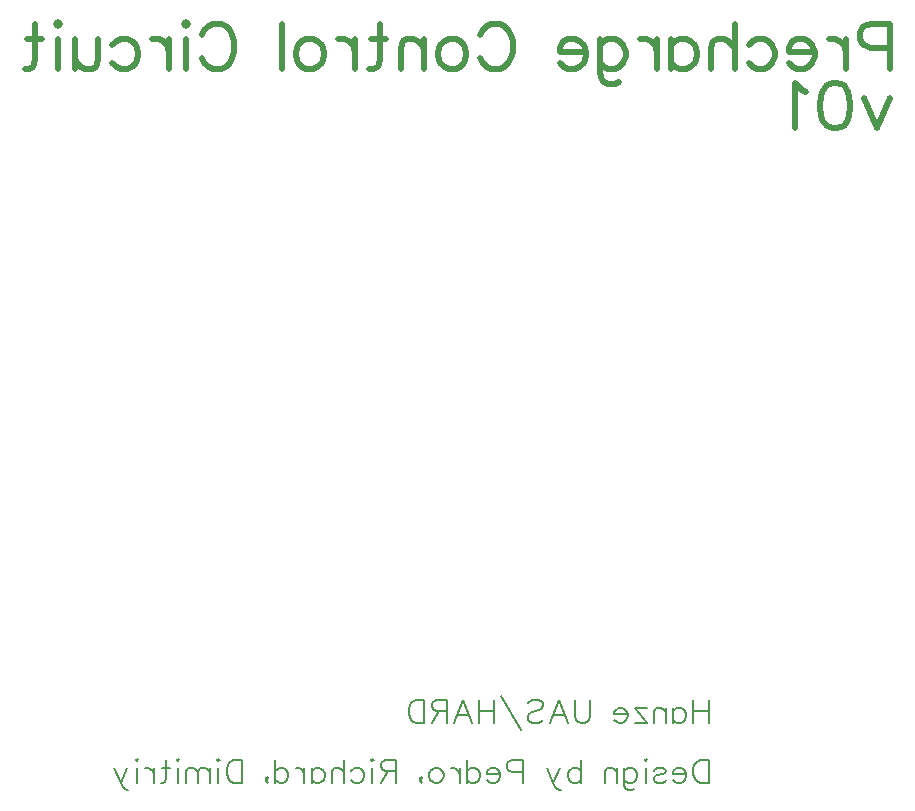
<source format=gbo>
G04 Layer: BottomSilkLayer*
G04 EasyEDA v6.4.19.3, 2021-03-31T08:50:56+02:00*
G04 7e8d071977a24ced90268045b7a9a018,03b0b1bb86a94345b9bcc081285aab9b,10*
G04 Gerber Generator version 0.2*
G04 Scale: 100 percent, Rotated: No, Reflected: No *
G04 Dimensions in inches *
G04 leading zeros omitted , absolute positions ,3 integer and 6 decimal *
%FSLAX36Y36*%
%MOIN*%

%ADD36C,0.0080*%
%ADD37C,0.0197*%

%LPD*%
D37*
X6110000Y2718912D02*
G01*
X6110000Y2568589D01*
X6110000Y2718912D02*
G01*
X6045576Y2718912D01*
X6024102Y2711754D01*
X6016943Y2704596D01*
X6009785Y2690279D01*
X6009785Y2668805D01*
X6016943Y2654488D01*
X6024102Y2647330D01*
X6045576Y2640171D01*
X6110000Y2640171D01*
X5962541Y2668805D02*
G01*
X5962541Y2568589D01*
X5962541Y2625855D02*
G01*
X5955383Y2647330D01*
X5941067Y2661646D01*
X5926750Y2668805D01*
X5905276Y2668805D01*
X5858031Y2625855D02*
G01*
X5772133Y2625855D01*
X5772133Y2640171D01*
X5779291Y2654488D01*
X5786450Y2661646D01*
X5800766Y2668805D01*
X5822241Y2668805D01*
X5836557Y2661646D01*
X5850873Y2647330D01*
X5858031Y2625855D01*
X5858031Y2611538D01*
X5850873Y2590064D01*
X5836557Y2575747D01*
X5822241Y2568589D01*
X5800766Y2568589D01*
X5786450Y2575747D01*
X5772133Y2590064D01*
X5638990Y2647330D02*
G01*
X5653307Y2661646D01*
X5667623Y2668805D01*
X5689098Y2668805D01*
X5703414Y2661646D01*
X5717731Y2647330D01*
X5724889Y2625855D01*
X5724889Y2611538D01*
X5717731Y2590064D01*
X5703414Y2575747D01*
X5689098Y2568589D01*
X5667623Y2568589D01*
X5653307Y2575747D01*
X5638990Y2590064D01*
X5591746Y2718912D02*
G01*
X5591746Y2568589D01*
X5591746Y2640171D02*
G01*
X5570272Y2661646D01*
X5555955Y2668805D01*
X5534480Y2668805D01*
X5520164Y2661646D01*
X5513005Y2640171D01*
X5513005Y2568589D01*
X5379863Y2668805D02*
G01*
X5379863Y2568589D01*
X5379863Y2647330D02*
G01*
X5394179Y2661646D01*
X5408496Y2668805D01*
X5429970Y2668805D01*
X5444287Y2661646D01*
X5458603Y2647330D01*
X5465762Y2625855D01*
X5465762Y2611538D01*
X5458603Y2590064D01*
X5444287Y2575747D01*
X5429970Y2568589D01*
X5408496Y2568589D01*
X5394179Y2575747D01*
X5379863Y2590064D01*
X5332619Y2668805D02*
G01*
X5332619Y2568589D01*
X5332619Y2625855D02*
G01*
X5325461Y2647330D01*
X5311144Y2661646D01*
X5296828Y2668805D01*
X5275353Y2668805D01*
X5142212Y2668805D02*
G01*
X5142212Y2554272D01*
X5149369Y2532799D01*
X5156527Y2525641D01*
X5170844Y2518481D01*
X5192318Y2518481D01*
X5206635Y2525641D01*
X5142212Y2647330D02*
G01*
X5156527Y2661646D01*
X5170844Y2668805D01*
X5192318Y2668805D01*
X5206635Y2661646D01*
X5220951Y2647330D01*
X5228109Y2625855D01*
X5228109Y2611538D01*
X5220951Y2590064D01*
X5206635Y2575747D01*
X5192318Y2568589D01*
X5170844Y2568589D01*
X5156527Y2575747D01*
X5142212Y2590064D01*
X5094967Y2625855D02*
G01*
X5009068Y2625855D01*
X5009068Y2640171D01*
X5016228Y2654488D01*
X5023386Y2661646D01*
X5037701Y2668805D01*
X5059177Y2668805D01*
X5073492Y2661646D01*
X5087809Y2647330D01*
X5094967Y2625855D01*
X5094967Y2611538D01*
X5087809Y2590064D01*
X5073492Y2575747D01*
X5059177Y2568589D01*
X5037701Y2568589D01*
X5023386Y2575747D01*
X5009068Y2590064D01*
X4744215Y2683121D02*
G01*
X4751373Y2697437D01*
X4765690Y2711754D01*
X4780006Y2718912D01*
X4808639Y2718912D01*
X4822956Y2711754D01*
X4837272Y2697437D01*
X4844431Y2683121D01*
X4851589Y2661646D01*
X4851589Y2625855D01*
X4844431Y2604380D01*
X4837272Y2590064D01*
X4822956Y2575747D01*
X4808639Y2568589D01*
X4780006Y2568589D01*
X4765690Y2575747D01*
X4751373Y2590064D01*
X4744215Y2604380D01*
X4661180Y2668805D02*
G01*
X4675496Y2661646D01*
X4689813Y2647330D01*
X4696971Y2625855D01*
X4696971Y2611538D01*
X4689813Y2590064D01*
X4675496Y2575747D01*
X4661180Y2568589D01*
X4639706Y2568589D01*
X4625389Y2575747D01*
X4611073Y2590064D01*
X4603915Y2611538D01*
X4603915Y2625855D01*
X4611073Y2647330D01*
X4625389Y2661646D01*
X4639706Y2668805D01*
X4661180Y2668805D01*
X4556670Y2668805D02*
G01*
X4556670Y2568589D01*
X4556670Y2640171D02*
G01*
X4535196Y2661646D01*
X4520879Y2668805D01*
X4499405Y2668805D01*
X4485088Y2661646D01*
X4477930Y2640171D01*
X4477930Y2568589D01*
X4409213Y2718912D02*
G01*
X4409213Y2597222D01*
X4402053Y2575747D01*
X4387737Y2568589D01*
X4373422Y2568589D01*
X4430686Y2668805D02*
G01*
X4380580Y2668805D01*
X4326178Y2668805D02*
G01*
X4326178Y2568589D01*
X4326178Y2625855D02*
G01*
X4319018Y2647330D01*
X4304702Y2661646D01*
X4290387Y2668805D01*
X4268912Y2668805D01*
X4185877Y2668805D02*
G01*
X4200192Y2661646D01*
X4214510Y2647330D01*
X4221668Y2625855D01*
X4221668Y2611538D01*
X4214510Y2590064D01*
X4200192Y2575747D01*
X4185877Y2568589D01*
X4164402Y2568589D01*
X4150086Y2575747D01*
X4135770Y2590064D01*
X4128611Y2611538D01*
X4128611Y2625855D01*
X4135770Y2647330D01*
X4150086Y2661646D01*
X4164402Y2668805D01*
X4185877Y2668805D01*
X4081367Y2718912D02*
G01*
X4081367Y2568589D01*
X3816513Y2683121D02*
G01*
X3823671Y2697437D01*
X3837988Y2711754D01*
X3852304Y2718912D01*
X3880937Y2718912D01*
X3895254Y2711754D01*
X3909570Y2697437D01*
X3916728Y2683121D01*
X3923887Y2661646D01*
X3923887Y2625855D01*
X3916728Y2604380D01*
X3909570Y2590064D01*
X3895254Y2575747D01*
X3880937Y2568589D01*
X3852304Y2568589D01*
X3837988Y2575747D01*
X3823671Y2590064D01*
X3816513Y2604380D01*
X3769269Y2718912D02*
G01*
X3762111Y2711754D01*
X3754952Y2718912D01*
X3762111Y2726069D01*
X3769269Y2718912D01*
X3762111Y2668805D02*
G01*
X3762111Y2568589D01*
X3707709Y2668805D02*
G01*
X3707709Y2568589D01*
X3707709Y2625855D02*
G01*
X3700550Y2647330D01*
X3686234Y2661646D01*
X3671917Y2668805D01*
X3650443Y2668805D01*
X3517300Y2647330D02*
G01*
X3531617Y2661646D01*
X3545933Y2668805D01*
X3567408Y2668805D01*
X3581724Y2661646D01*
X3596041Y2647330D01*
X3603199Y2625855D01*
X3603199Y2611538D01*
X3596041Y2590064D01*
X3581724Y2575747D01*
X3567408Y2568589D01*
X3545933Y2568589D01*
X3531617Y2575747D01*
X3517300Y2590064D01*
X3470056Y2668805D02*
G01*
X3470056Y2597222D01*
X3462898Y2575747D01*
X3448582Y2568589D01*
X3427107Y2568589D01*
X3412791Y2575747D01*
X3391316Y2597222D01*
X3391316Y2668805D02*
G01*
X3391316Y2568589D01*
X3344072Y2718912D02*
G01*
X3336914Y2711754D01*
X3329756Y2718912D01*
X3336914Y2726069D01*
X3344072Y2718912D01*
X3336914Y2668805D02*
G01*
X3336914Y2568589D01*
X3261037Y2718912D02*
G01*
X3261037Y2597222D01*
X3253879Y2575747D01*
X3239562Y2568589D01*
X3225246Y2568589D01*
X3282512Y2668805D02*
G01*
X3232404Y2668805D01*
X6110000Y2471323D02*
G01*
X6067051Y2371109D01*
X6024102Y2471323D02*
G01*
X6067051Y2371109D01*
X5933908Y2521432D02*
G01*
X5955383Y2514272D01*
X5969699Y2492799D01*
X5976858Y2457008D01*
X5976858Y2435533D01*
X5969699Y2399742D01*
X5955383Y2378267D01*
X5933908Y2371109D01*
X5919592Y2371109D01*
X5898117Y2378267D01*
X5883801Y2399742D01*
X5876643Y2435533D01*
X5876643Y2457008D01*
X5883801Y2492799D01*
X5898117Y2514272D01*
X5919592Y2521432D01*
X5933908Y2521432D01*
X5829399Y2492799D02*
G01*
X5815082Y2499956D01*
X5793608Y2521432D01*
X5793608Y2371109D01*
D36*
X5505000Y465727D02*
G01*
X5505000Y389364D01*
X5454090Y465727D02*
G01*
X5454090Y389364D01*
X5505000Y429364D02*
G01*
X5454090Y429364D01*
X5386454Y440273D02*
G01*
X5386454Y389364D01*
X5386454Y429364D02*
G01*
X5393726Y436635D01*
X5401000Y440273D01*
X5411908Y440273D01*
X5419182Y436635D01*
X5426454Y429364D01*
X5430091Y418454D01*
X5430091Y411181D01*
X5426454Y400273D01*
X5419182Y393000D01*
X5411908Y389364D01*
X5401000Y389364D01*
X5393726Y393000D01*
X5386454Y400273D01*
X5362455Y440273D02*
G01*
X5362455Y389364D01*
X5362455Y425727D02*
G01*
X5351544Y436635D01*
X5344273Y440273D01*
X5333364Y440273D01*
X5326090Y436635D01*
X5322455Y425727D01*
X5322455Y389364D01*
X5258455Y440273D02*
G01*
X5298455Y389364D01*
X5298455Y440273D02*
G01*
X5258455Y440273D01*
X5298455Y389364D02*
G01*
X5258455Y389364D01*
X5234454Y418454D02*
G01*
X5190817Y418454D01*
X5190817Y425727D01*
X5194454Y433000D01*
X5198091Y436635D01*
X5205364Y440273D01*
X5216273Y440273D01*
X5223545Y436635D01*
X5230817Y429364D01*
X5234454Y418454D01*
X5234454Y411181D01*
X5230817Y400273D01*
X5223545Y393000D01*
X5216273Y389364D01*
X5205364Y389364D01*
X5198091Y393000D01*
X5190817Y400273D01*
X5110817Y465727D02*
G01*
X5110817Y411181D01*
X5107182Y400273D01*
X5099908Y393000D01*
X5088999Y389364D01*
X5081727Y389364D01*
X5070817Y393000D01*
X5063545Y400273D01*
X5059908Y411181D01*
X5059908Y465727D01*
X5006818Y465727D02*
G01*
X5035909Y389364D01*
X5006818Y465727D02*
G01*
X4977727Y389364D01*
X5025000Y414818D02*
G01*
X4988635Y414818D01*
X4902817Y454818D02*
G01*
X4910091Y462091D01*
X4921000Y465727D01*
X4935545Y465727D01*
X4946454Y462091D01*
X4953726Y454818D01*
X4953726Y447545D01*
X4950091Y440273D01*
X4946454Y436635D01*
X4939182Y433000D01*
X4917363Y425727D01*
X4910091Y422091D01*
X4906454Y418454D01*
X4902817Y411181D01*
X4902817Y400273D01*
X4910091Y393000D01*
X4921000Y389364D01*
X4935545Y389364D01*
X4946454Y393000D01*
X4953726Y400273D01*
X4813364Y480273D02*
G01*
X4878818Y363908D01*
X4789363Y465727D02*
G01*
X4789363Y389364D01*
X4738455Y465727D02*
G01*
X4738455Y389364D01*
X4789363Y429364D02*
G01*
X4738455Y429364D01*
X4685364Y465727D02*
G01*
X4714454Y389364D01*
X4685364Y465727D02*
G01*
X4656273Y389364D01*
X4703545Y414818D02*
G01*
X4667182Y414818D01*
X4632272Y465727D02*
G01*
X4632272Y389364D01*
X4632272Y465727D02*
G01*
X4599544Y465727D01*
X4588635Y462091D01*
X4585000Y458454D01*
X4581364Y451181D01*
X4581364Y443908D01*
X4585000Y436635D01*
X4588635Y433000D01*
X4599544Y429364D01*
X4632272Y429364D01*
X4606818Y429364D02*
G01*
X4581364Y389364D01*
X4557363Y465727D02*
G01*
X4557363Y389364D01*
X4557363Y465727D02*
G01*
X4531908Y465727D01*
X4521000Y462091D01*
X4513726Y454818D01*
X4510091Y447545D01*
X4506454Y436635D01*
X4506454Y418454D01*
X4510091Y407545D01*
X4513726Y400273D01*
X4521000Y393000D01*
X4531908Y389364D01*
X4557363Y389364D01*
X5505000Y265727D02*
G01*
X5505000Y189364D01*
X5505000Y265727D02*
G01*
X5479544Y265727D01*
X5468635Y262091D01*
X5461364Y254818D01*
X5457727Y247545D01*
X5454090Y236635D01*
X5454090Y218454D01*
X5457727Y207545D01*
X5461364Y200273D01*
X5468635Y193000D01*
X5479544Y189364D01*
X5505000Y189364D01*
X5430091Y218454D02*
G01*
X5386454Y218454D01*
X5386454Y225727D01*
X5390091Y233000D01*
X5393726Y236635D01*
X5401000Y240273D01*
X5411908Y240273D01*
X5419182Y236635D01*
X5426454Y229364D01*
X5430091Y218454D01*
X5430091Y211181D01*
X5426454Y200273D01*
X5419182Y193000D01*
X5411908Y189364D01*
X5401000Y189364D01*
X5393726Y193000D01*
X5386454Y200273D01*
X5322455Y229364D02*
G01*
X5326090Y236635D01*
X5336999Y240273D01*
X5347909Y240273D01*
X5358818Y236635D01*
X5362455Y229364D01*
X5358818Y222091D01*
X5351544Y218454D01*
X5333364Y214818D01*
X5326090Y211181D01*
X5322455Y203908D01*
X5322455Y200273D01*
X5326090Y193000D01*
X5336999Y189364D01*
X5347909Y189364D01*
X5358818Y193000D01*
X5362455Y200273D01*
X5298455Y265727D02*
G01*
X5294817Y262091D01*
X5291181Y265727D01*
X5294817Y269364D01*
X5298455Y265727D01*
X5294817Y240273D02*
G01*
X5294817Y189364D01*
X5223545Y240273D02*
G01*
X5223545Y182091D01*
X5227182Y171181D01*
X5230817Y167545D01*
X5238091Y163908D01*
X5248999Y163908D01*
X5256273Y167545D01*
X5223545Y229364D02*
G01*
X5230817Y236635D01*
X5238091Y240273D01*
X5248999Y240273D01*
X5256273Y236635D01*
X5263545Y229364D01*
X5267182Y218454D01*
X5267182Y211181D01*
X5263545Y200273D01*
X5256273Y193000D01*
X5248999Y189364D01*
X5238091Y189364D01*
X5230817Y193000D01*
X5223545Y200273D01*
X5199544Y240273D02*
G01*
X5199544Y189364D01*
X5199544Y225727D02*
G01*
X5188635Y236635D01*
X5181364Y240273D01*
X5170455Y240273D01*
X5163181Y236635D01*
X5159544Y225727D01*
X5159544Y189364D01*
X5079544Y265727D02*
G01*
X5079544Y189364D01*
X5079544Y229364D02*
G01*
X5072272Y236635D01*
X5065000Y240273D01*
X5054090Y240273D01*
X5046818Y236635D01*
X5039544Y229364D01*
X5035909Y218454D01*
X5035909Y211181D01*
X5039544Y200273D01*
X5046818Y193000D01*
X5054090Y189364D01*
X5065000Y189364D01*
X5072272Y193000D01*
X5079544Y200273D01*
X5008272Y240273D02*
G01*
X4986454Y189364D01*
X4964636Y240273D02*
G01*
X4986454Y189364D01*
X4993726Y174818D01*
X5001000Y167545D01*
X5008272Y163908D01*
X5011908Y163908D01*
X4884636Y265727D02*
G01*
X4884636Y189364D01*
X4884636Y265727D02*
G01*
X4851908Y265727D01*
X4841000Y262091D01*
X4837363Y258454D01*
X4833726Y251181D01*
X4833726Y240273D01*
X4837363Y233000D01*
X4841000Y229364D01*
X4851908Y225727D01*
X4884636Y225727D01*
X4809727Y218454D02*
G01*
X4766090Y218454D01*
X4766090Y225727D01*
X4769727Y233000D01*
X4773364Y236635D01*
X4780636Y240273D01*
X4791544Y240273D01*
X4798818Y236635D01*
X4806090Y229364D01*
X4809727Y218454D01*
X4809727Y211181D01*
X4806090Y200273D01*
X4798818Y193000D01*
X4791544Y189364D01*
X4780636Y189364D01*
X4773364Y193000D01*
X4766090Y200273D01*
X4698455Y265727D02*
G01*
X4698455Y189364D01*
X4698455Y229364D02*
G01*
X4705726Y236635D01*
X4713000Y240273D01*
X4723909Y240273D01*
X4731181Y236635D01*
X4738455Y229364D01*
X4742091Y218454D01*
X4742091Y211181D01*
X4738455Y200273D01*
X4731181Y193000D01*
X4723909Y189364D01*
X4713000Y189364D01*
X4705726Y193000D01*
X4698455Y200273D01*
X4674454Y240273D02*
G01*
X4674454Y189364D01*
X4674454Y218454D02*
G01*
X4670817Y229364D01*
X4663545Y236635D01*
X4656273Y240273D01*
X4645364Y240273D01*
X4603181Y240273D02*
G01*
X4610455Y236635D01*
X4617727Y229364D01*
X4621364Y218454D01*
X4621364Y211181D01*
X4617727Y200273D01*
X4610455Y193000D01*
X4603181Y189364D01*
X4592272Y189364D01*
X4585000Y193000D01*
X4577727Y200273D01*
X4574090Y211181D01*
X4574090Y218454D01*
X4577727Y229364D01*
X4585000Y236635D01*
X4592272Y240273D01*
X4603181Y240273D01*
X4542817Y203908D02*
G01*
X4546454Y200273D01*
X4550091Y203908D01*
X4546454Y207545D01*
X4542817Y203908D01*
X4542817Y196635D01*
X4550091Y189364D01*
X4462817Y265727D02*
G01*
X4462817Y189364D01*
X4462817Y265727D02*
G01*
X4430091Y265727D01*
X4419182Y262091D01*
X4415545Y258454D01*
X4411908Y251181D01*
X4411908Y243908D01*
X4415545Y236635D01*
X4419182Y233000D01*
X4430091Y229364D01*
X4462817Y229364D01*
X4437363Y229364D02*
G01*
X4411908Y189364D01*
X4387909Y265727D02*
G01*
X4384273Y262091D01*
X4380636Y265727D01*
X4384273Y269364D01*
X4387909Y265727D01*
X4384273Y240273D02*
G01*
X4384273Y189364D01*
X4313000Y229364D02*
G01*
X4320272Y236635D01*
X4327545Y240273D01*
X4338455Y240273D01*
X4345726Y236635D01*
X4353000Y229364D01*
X4356635Y218454D01*
X4356635Y211181D01*
X4353000Y200273D01*
X4345726Y193000D01*
X4338455Y189364D01*
X4327545Y189364D01*
X4320272Y193000D01*
X4313000Y200273D01*
X4288999Y265727D02*
G01*
X4288999Y189364D01*
X4288999Y225727D02*
G01*
X4278091Y236635D01*
X4270817Y240273D01*
X4259908Y240273D01*
X4252636Y236635D01*
X4248999Y225727D01*
X4248999Y189364D01*
X4181364Y240273D02*
G01*
X4181364Y189364D01*
X4181364Y229364D02*
G01*
X4188635Y236635D01*
X4195909Y240273D01*
X4206818Y240273D01*
X4214090Y236635D01*
X4221364Y229364D01*
X4225000Y218454D01*
X4225000Y211181D01*
X4221364Y200273D01*
X4214090Y193000D01*
X4206818Y189364D01*
X4195909Y189364D01*
X4188635Y193000D01*
X4181364Y200273D01*
X4157363Y240273D02*
G01*
X4157363Y189364D01*
X4157363Y218454D02*
G01*
X4153726Y229364D01*
X4146454Y236635D01*
X4139182Y240273D01*
X4128272Y240273D01*
X4060636Y265727D02*
G01*
X4060636Y189364D01*
X4060636Y229364D02*
G01*
X4067908Y236635D01*
X4075182Y240273D01*
X4086090Y240273D01*
X4093364Y236635D01*
X4100636Y229364D01*
X4104273Y218454D01*
X4104273Y211181D01*
X4100636Y200273D01*
X4093364Y193000D01*
X4086090Y189364D01*
X4075182Y189364D01*
X4067908Y193000D01*
X4060636Y200273D01*
X4029363Y203908D02*
G01*
X4033000Y200273D01*
X4036635Y203908D01*
X4033000Y207545D01*
X4029363Y203908D01*
X4029363Y196635D01*
X4036635Y189364D01*
X3949363Y265727D02*
G01*
X3949363Y189364D01*
X3949363Y265727D02*
G01*
X3923909Y265727D01*
X3913000Y262091D01*
X3905726Y254818D01*
X3902091Y247545D01*
X3898455Y236635D01*
X3898455Y218454D01*
X3902091Y207545D01*
X3905726Y200273D01*
X3913000Y193000D01*
X3923909Y189364D01*
X3949363Y189364D01*
X3874454Y265727D02*
G01*
X3870817Y262091D01*
X3867182Y265727D01*
X3870817Y269364D01*
X3874454Y265727D01*
X3870817Y240273D02*
G01*
X3870817Y189364D01*
X3843181Y240273D02*
G01*
X3843181Y189364D01*
X3843181Y225727D02*
G01*
X3832272Y236635D01*
X3825000Y240273D01*
X3814090Y240273D01*
X3806818Y236635D01*
X3803181Y225727D01*
X3803181Y189364D01*
X3803181Y225727D02*
G01*
X3792272Y236635D01*
X3785000Y240273D01*
X3774090Y240273D01*
X3766818Y236635D01*
X3763181Y225727D01*
X3763181Y189364D01*
X3739182Y265727D02*
G01*
X3735545Y262091D01*
X3731908Y265727D01*
X3735545Y269364D01*
X3739182Y265727D01*
X3735545Y240273D02*
G01*
X3735545Y189364D01*
X3696999Y265727D02*
G01*
X3696999Y203908D01*
X3693364Y193000D01*
X3686090Y189364D01*
X3678818Y189364D01*
X3707908Y240273D02*
G01*
X3682455Y240273D01*
X3654817Y240273D02*
G01*
X3654817Y189364D01*
X3654817Y218454D02*
G01*
X3651181Y229364D01*
X3643909Y236635D01*
X3636635Y240273D01*
X3625726Y240273D01*
X3601727Y265727D02*
G01*
X3598091Y262091D01*
X3594454Y265727D01*
X3598091Y269364D01*
X3601727Y265727D01*
X3598091Y240273D02*
G01*
X3598091Y189364D01*
X3566818Y240273D02*
G01*
X3545000Y189364D01*
X3523181Y240273D02*
G01*
X3545000Y189364D01*
X3552272Y174818D01*
X3559544Y167545D01*
X3566818Y163908D01*
X3570455Y163908D01*
M02*

</source>
